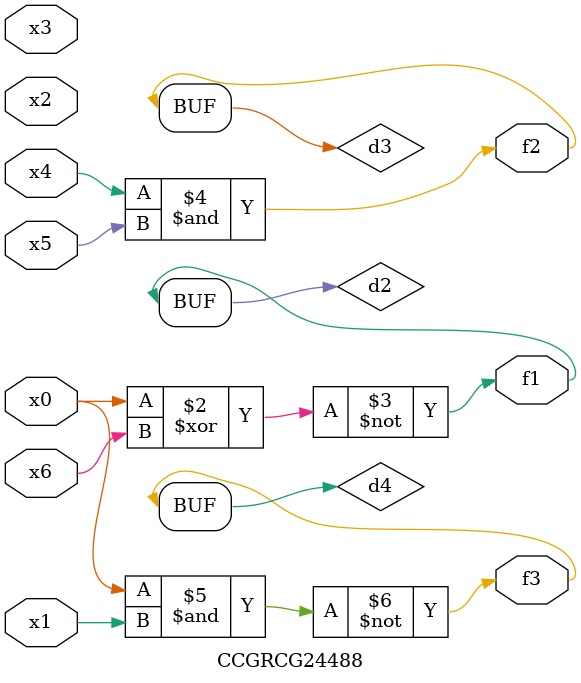
<source format=v>
module CCGRCG24488(
	input x0, x1, x2, x3, x4, x5, x6,
	output f1, f2, f3
);

	wire d1, d2, d3, d4;

	nor (d1, x0);
	xnor (d2, x0, x6);
	and (d3, x4, x5);
	nand (d4, x0, x1);
	assign f1 = d2;
	assign f2 = d3;
	assign f3 = d4;
endmodule

</source>
